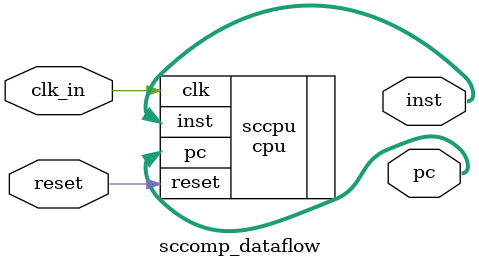
<source format=v>
`timescale 1ns / 1ps

module sccomp_dataflow(
	input clk_in,
	input reset,
	output [31:0] inst,
	output [31:0] pc
    );

	cpu sccpu(
		.clk(clk_in), .reset(reset), .inst(inst), .pc(pc)
		);
endmodule

</source>
